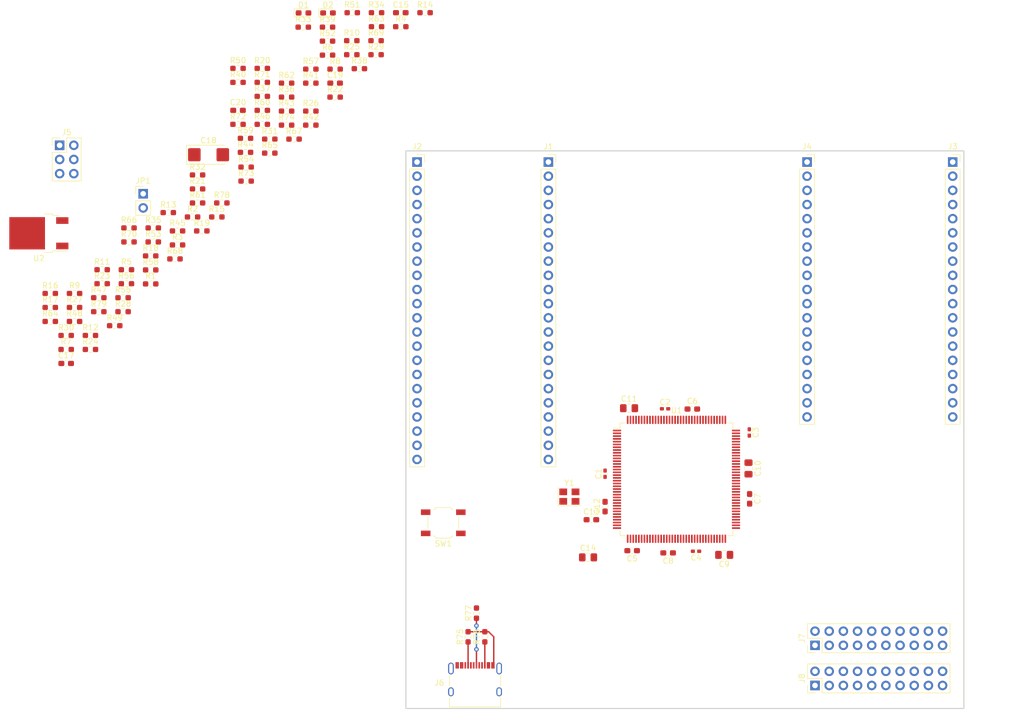
<source format=kicad_pcb>
(kicad_pcb (version 20211014) (generator pcbnew)
  (layers (0 "F.Cu" signal) (1 "In1.Cu" power) (2 "In2.Cu" signal) (31 "B.Cu" signal) (34 "B.Paste" user) (35 "F.Paste" user) (36 "B.SilkS" user "B.Silkscreen") (37 "F.SilkS" user "F.Silkscreen") (38 "B.Mask" user) (39 "F.Mask" user) (44 "Edge.Cuts" user))
  (net 0 "")
  (net 1 "+3V3")
  (net 2 "GND")
  (net 3 "+3.3VA")
  (net 4 "Net-(C15-Pad1)")
  (net 5 "+5V")
  (net 6 "OSC_OUT")
  (net 7 "OSC_IN")
  (net 8 "Net-(D1-Pad1)")
  (net 9 "Net-(D1-Pad2)")
  (net 10 "Net-(D2-Pad1)")
  (net 11 "Net-(J1-Pad1)")
  (net 13 "Net-(J1-Pad4)")
  (net 14 "Net-(J1-Pad5)")
  (net 15 "Net-(J1-Pad6)")
  (net 16 "Net-(J1-Pad7)")
  (net 17 "Net-(J1-Pad8)")
  (net 18 "Net-(J1-Pad9)")
  (net 19 "Net-(J1-Pad10)")
  (net 20 "Net-(J1-Pad11)")
  (net 21 "Net-(J1-Pad12)")
  (net 22 "Net-(J1-Pad13)")
  (net 23 "Net-(J1-Pad14)")
  (net 24 "Net-(J1-Pad15)")
  (net 25 "Net-(J1-Pad16)")
  (net 26 "Net-(J1-Pad17)")
  (net 27 "Net-(J1-Pad18)")
  (net 28 "Net-(J1-Pad19)")
  (net 29 "Net-(J1-Pad20)")
  (net 30 "Net-(J2-Pad2)")
  (net 31 "Net-(J2-Pad3)")
  (net 32 "Net-(J2-Pad4)")
  (net 33 "Net-(J2-Pad5)")
  (net 34 "Net-(J2-Pad6)")
  (net 35 "Net-(J2-Pad7)")
  (net 36 "Net-(J2-Pad8)")
  (net 37 "Net-(J2-Pad9)")
  (net 38 "Net-(J2-Pad10)")
  (net 39 "Net-(J2-Pad11)")
  (net 40 "Net-(J2-Pad12)")
  (net 41 "Net-(J2-Pad13)")
  (net 42 "Net-(J2-Pad14)")
  (net 43 "Net-(J2-Pad15)")
  (net 44 "Net-(J2-Pad16)")
  (net 45 "Net-(J2-Pad17)")
  (net 46 "Net-(J2-Pad18)")
  (net 47 "Net-(J2-Pad19)")
  (net 48 "Net-(J2-Pad20)")
  (net 49 "Net-(J3-Pad2)")
  (net 50 "Net-(J3-Pad3)")
  (net 51 "Net-(J3-Pad4)")
  (net 52 "Net-(J3-Pad5)")
  (net 53 "Net-(J3-Pad6)")
  (net 54 "Net-(J3-Pad7)")
  (net 55 "Net-(J3-Pad8)")
  (net 56 "Net-(J3-Pad9)")
  (net 57 "Net-(J3-Pad10)")
  (net 58 "Net-(J3-Pad11)")
  (net 59 "Net-(J3-Pad12)")
  (net 60 "Net-(J3-Pad13)")
  (net 61 "Net-(J3-Pad15)")
  (net 62 "Net-(J3-Pad16)")
  (net 63 "Net-(J3-Pad17)")
  (net 64 "Net-(J3-Pad18)")
  (net 65 "Net-(J4-Pad2)")
  (net 66 "Net-(J4-Pad3)")
  (net 67 "Net-(J4-Pad4)")
  (net 68 "Net-(J4-Pad5)")
  (net 69 "Net-(J4-Pad6)")
  (net 70 "Net-(J4-Pad8)")
  (net 71 "Net-(J4-Pad9)")
  (net 72 "Net-(J4-Pad10)")
  (net 73 "Net-(J4-Pad11)")
  (net 74 "Net-(J4-Pad12)")
  (net 75 "Net-(J4-Pad13)")
  (net 76 "Net-(J4-Pad14)")
  (net 77 "Net-(J4-Pad15)")
  (net 78 "Net-(J4-Pad16)")
  (net 79 "Net-(J4-Pad17)")
  (net 80 "Net-(J4-Pad18)")
  (net 81 "Net-(J4-Pad19)")
  (net 82 "Net-(J5-Pad2)")
  (net 83 "Net-(J5-Pad5)")
  (net 84 "Net-(J6-PadA5)")
  (net 85 "Net-(J6-PadA6)")
  (net 86 "Net-(J6-PadA7)")
  (net 88 "Net-(J6-PadB5)")
  (net 91 "BOOT1")
  (net 92 "Net-(R3-Pad1)")
  (net 93 "Net-(R4-Pad1)")
  (net 94 "Net-(R5-Pad1)")
  (net 95 "Net-(R6-Pad1)")
  (net 96 "Net-(R7-Pad1)")
  (net 97 "Net-(R8-Pad1)")
  (net 98 "Net-(R9-Pad1)")
  (net 99 "Net-(R10-Pad1)")
  (net 100 "Net-(R11-Pad1)")
  (net 101 "Net-(R12-Pad1)")
  (net 102 "Net-(R13-Pad1)")
  (net 103 "Net-(R14-Pad1)")
  (net 104 "Net-(R15-Pad1)")
  (net 105 "Net-(R16-Pad1)")
  (net 106 "Net-(R17-Pad1)")
  (net 107 "Net-(R18-Pad1)")
  (net 108 "Net-(R19-Pad1)")
  (net 109 "Net-(R20-Pad1)")
  (net 110 "Net-(R21-Pad1)")
  (net 111 "Net-(R22-Pad2)")
  (net 112 "Net-(R23-Pad2)")
  (net 113 "Net-(R24-Pad2)")
  (net 114 "Net-(R25-Pad2)")
  (net 115 "Net-(R26-Pad2)")
  (net 116 "Net-(R27-Pad2)")
  (net 117 "Net-(R28-Pad2)")
  (net 118 "Net-(R29-Pad2)")
  (net 119 "Net-(R30-Pad2)")
  (net 120 "Net-(R31-Pad2)")
  (net 121 "Net-(R32-Pad2)")
  (net 122 "Net-(R33-Pad2)")
  (net 123 "Net-(R34-Pad2)")
  (net 124 "Net-(R35-Pad2)")
  (net 125 "Net-(R36-Pad2)")
  (net 126 "Net-(R37-Pad2)")
  (net 127 "Net-(R38-Pad2)")
  (net 128 "/BOOT0")
  (net 129 "Net-(R40-Pad1)")
  (net 130 "Net-(R41-Pad1)")
  (net 131 "Net-(R42-Pad1)")
  (net 132 "Net-(R43-Pad1)")
  (net 133 "Net-(R44-Pad1)")
  (net 134 "Net-(R45-Pad1)")
  (net 135 "Net-(R46-Pad1)")
  (net 136 "Net-(R47-Pad1)")
  (net 137 "Net-(R48-Pad1)")
  (net 138 "Net-(R49-Pad1)")
  (net 139 "Net-(R50-Pad1)")
  (net 140 "Net-(R51-Pad1)")
  (net 141 "Net-(R52-Pad1)")
  (net 142 "Net-(R53-Pad1)")
  (net 143 "Net-(R54-Pad1)")
  (net 144 "Net-(R55-Pad1)")
  (net 145 "Net-(R56-Pad1)")
  (net 146 "Net-(R57-Pad1)")
  (net 147 "Net-(R58-Pad1)")
  (net 148 "Net-(R59-Pad1)")
  (net 149 "Net-(R60-Pad1)")
  (net 150 "Net-(R61-Pad1)")
  (net 151 "Net-(R62-Pad1)")
  (net 152 "Net-(R63-Pad1)")
  (net 153 "Net-(R64-Pad1)")
  (net 154 "Net-(R65-Pad1)")
  (net 155 "Net-(R66-Pad1)")
  (net 156 "Net-(R67-Pad1)")
  (net 157 "Net-(R68-Pad1)")
  (net 158 "Net-(R69-Pad1)")
  (net 159 "Net-(R70-Pad1)")
  (net 160 "Net-(R71-Pad1)")
  (net 161 "Net-(R72-Pad1)")
  (net 162 "USB_D-")
  (net 163 "USB_D+")
  (net 168 "PA15")
  (net 169 "PA14")
  (net 170 "PA13")
  (net 171 "PA10")
  (net 172 "Net-(U1-Pad101)")
  (net 173 "Net-(U1-Pad100)")
  (net 174 "PC8")
  (net 175 "PC7")
  (net 176 "PC6")
  (net 177 "PD14")
  (net 178 "PD13")
  (net 179 "PD12")
  (net 180 "PD11")
  (net 181 "PD10")
  (net 182 "PD9")
  (net 183 "PE15")
  (net 184 "PE14")
  (net 185 "PF12")
  (net 186 "PF11")
  (net 187 "PB1")
  (net 188 "PB0")
  (net 189 "PC5")
  (net 190 "PC4")
  (net 191 "Net-(U1-Pad43)")
  (net 192 "Net-(U1-Pad42)")
  (net 193 "Net-(U1-Pad41)")
  (net 194 "Net-(U1-Pad40)")
  (net 195 "Net-(U1-Pad37)")
  (net 196 "Net-(U1-Pad36)")
  (net 197 "Net-(U1-Pad35)")
  (net 198 "Net-(U1-Pad34)")
  (net 199 "PF10")
  (net 200 "PF9")
  (net 201 "PF8")
  (net 202 "PF7")
  (net 203 "PF6")
  (net 204 "PF5")
  (net 205 "PF4")
  (net 206 "PF3")
  (footprint "Resistor_SMD:R_0603_1608Metric_Pad0.98x0.95mm_HandSolder" (layer "F.Cu") (at 49.92 71.31)
    (fp_text reference "R5")
    (fp_text value "220R")
  )
  (footprint "Resistor_SMD:R_0603_1608Metric_Pad0.98x0.95mm_HandSolder" (layer "F.Cu") (at 36.27 78.08)
    (fp_text reference "R17")
    (fp_text value "220R")
  )
  (footprint "Resistor_SMD:R_0603_1608Metric_Pad0.98x0.95mm_HandSolder" (layer "F.Cu") (at 114.15 137.15 90)
    (fp_text reference "R76")
    (fp_text value "5k1" hide)
  )
  (footprint "Resistor_SMD:R_0603_1608Metric_Pad0.98x0.95mm_HandSolder" (layer "F.Cu") (at 75.61 50.4)
    (fp_text reference "R65")
    (fp_text value "220R")
  )
  (footprint "Resistor_SMD:R_0603_1608Metric_Pad0.98x0.95mm_HandSolder" (layer "F.Cu") (at 49.32 78.84)
    (fp_text reference "R28")
    (fp_text value "220R")
  )
  (footprint "Connector_PinHeader_2.54mm:PinHeader_1x02_P2.54mm_Vertical" (layer "F.Cu") (at 52.92 57.69)
    (fp_text reference "JP1")
    (fp_text value "Jumper_2_Open")
  )
  (footprint "Resistor_SMD:R_0603_1608Metric_Pad0.98x0.95mm_HandSolder" (layer "F.Cu") (at 54.73 66.33)
    (fp_text reference "R53")
    (fp_text value "220R")
  )
  (footprint "Resistor_SMD:R_0603_1608Metric_Pad0.98x0.95mm_HandSolder" (layer "F.Cu") (at 82.97 37.85)
    (fp_text reference "R41")
    (fp_text value "220R")
  )
  (footprint "Resistor_SMD:R_0603_1608Metric_Pad0.98x0.95mm_HandSolder" (layer "F.Cu") (at 47.82 81.35)
    (fp_text reference "R49")
    (fp_text value "220R")
  )
  (footprint "Capacitor_SMD:C_0603_1608Metric_Pad1.08x0.95mm_HandSolder" (layer "F.Cu") (at 161.6 112.4 -90)
    (fp_text reference "C7")
    (fp_text value "10nF" hide)
  )
  (footprint "Package_TO_SOT_SMD:TO-252-2" (layer "F.Cu") (at 34.225 64.775 180)
    (fp_text reference "U2")
    (fp_text value "AMS1117CS-3.3")
  )
  (footprint "Capacitor_SMD:C_0402_1005Metric_Pad0.74x0.62mm_HandSolder" (layer "F.Cu") (at 135.7 107.9 90)
    (fp_text reference "C1")
    (fp_text value "10nF" hide)
  )
  (footprint "Connector_PinSocket_2.54mm:PinSocket_1x19_P2.54mm_Vertical" (layer "F.Cu") (at 171.9 52)
    (fp_text reference "J4")
    (fp_text value "Conn_01x19_Female ESP DEV_KIT")
  )
  (footprint "Resistor_SMD:R_0603_1608Metric_Pad0.98x0.95mm_HandSolder" (layer "F.Cu") (at 44.97 76.33)
    (fp_text reference "R47")
    (fp_text value "220R")
  )
  (footprint "Capacitor_SMD:C_0603_1608Metric_Pad1.08x0.95mm_HandSolder" (layer "F.Cu") (at 39.12 88.12)
    (fp_text reference "C17")
    (fp_text value "22uF")
  )
  (footprint "Resistor_SMD:R_0603_1608Metric_Pad0.98x0.95mm_HandSolder" (layer "F.Cu") (at 74.27 42.73)
    (fp_text reference "R60")
    (fp_text value "220R")
  )
  (footprint "Resistor_SMD:R_0603_1608Metric_Pad0.98x0.95mm_HandSolder" (layer "F.Cu") (at 78.62 42.87)
    (fp_text reference "R43")
    (fp_text value "220R")
  )
  (footprint "Resistor_SMD:R_0603_1608Metric_Pad0.98x0.95mm_HandSolder" (layer "F.Cu") (at 39.12 85.61)
    (fp_text reference "R7")
    (fp_text value "220R")
  )
  (footprint "Resistor_SMD:R_0603_1608Metric_Pad0.98x0.95mm_HandSolder" (layer "F.Cu") (at 90.31 30.24)
    (fp_text reference "R10")
    (fp_text value "220R")
  )
  (footprint "Resistor_SMD:R_0603_1608Metric_Pad0.98x0.95mm_HandSolder" (layer "F.Cu") (at 50.38 63.82)
    (fp_text reference "R66")
    (fp_text value "220R")
  )
  (footprint "Resistor_SMD:R_0603_1608Metric_Pad0.98x0.95mm_HandSolder" (layer "F.Cu") (at 103.44 25.22)
    (fp_text reference "R14")
    (fp_text value "220R")
  )
  (footprint "Resistor_SMD:R_0603_1608Metric_Pad0.98x0.95mm_HandSolder" (layer "F.Cu") (at 94.74 27.73)
    (fp_text reference "R63")
    (fp_text value "220R")
  )
  (footprint "Resistor_SMD:R_0603_1608Metric_Pad0.98x0.95mm_HandSolder" (layer "F.Cu") (at 36.27 75.57)
    (fp_text reference "R16")
    (fp_text value "220R")
  )
  (footprint "Capacitor_SMD:C_0402_1005Metric_Pad0.74x0.62mm_HandSolder" (layer "F.Cu") (at 161.55 100.5 -90)
    (fp_text reference "C3")
    (fp_text value "10nF" hide)
  )
  (footprint "Resistor_SMD:R_0603_1608Metric_Pad0.98x0.95mm_HandSolder" (layer "F.Cu") (at 40.62 80.59)
    (fp_text reference "R48")
    (fp_text value "220R")
  )
  (footprint "Resistor_SMD:R_0603_1608Metric_Pad0.98x0.95mm_HandSolder" (layer "F.Cu") (at 94.66 32.75)
    (fp_text reference "R29")
    (fp_text value "220R")
  )
  (footprint "Resistor_SMD:R_0603_1608Metric_Pad0.98x0.95mm_HandSolder" (layer "F.Cu") (at 45.57 73.82)
    (fp_text reference "R23")
    (fp_text value "220R")
  )
  (footprint "Connector_USB:USB_C_Receptacle_XKB_U262-16XN-4BVC11" (layer "F.Cu") (at 112.4 145.935)
    (fp_text reference "J6")
    (fp_text value "USB_C_Receptacle")
  )
  (footprint "Resistor_SMD:R_0603_1608Metric_Pad0.98x0.95mm_HandSolder" (layer "F.Cu") (at 40.62 75.57)
    (fp_text reference "R9")
    (fp_text value "220R")
  )
  (footprint "Resistor_SMD:R_0603_1608Metric_Pad0.98x0.95mm_HandSolder" (layer "F.Cu") (at 43.47 85.61)
    (fp_text reference "R24")
    (fp_text value "220R")
  )
  (footprint "Package_QFP:LQFP-144_20x20mm_P0.5mm" (layer "F.Cu") (at 148.5 108.9)
    (fp_text reference "U1")
    (fp_text value "STM32F103ZETx")
  )
  (footprint "Resistor_SMD:R_0603_1608Metric_Pad0.98x0.95mm_HandSolder" (layer "F.Cu") (at 50.38 66.33)
    (fp_text reference "R70")
    (fp_text value "220R")
  )
  (footprint "Resistor_SMD:R_0603_1608Metric_Pad0.98x0.95mm_HandSolder" (layer "F.Cu") (at 85.96 27.81)
    (fp_text reference "R39")
    (fp_text value "100k")
  )
  (footprint "Resistor_SMD:R_0603_1608Metric_Pad0.98x0.95mm_HandSolder" (layer "F.Cu") (at 87.32 40.36)
    (fp_text reference "R22")
    (fp_text value "220R")
  )
  (footprint "Resistor_SMD:R_0603_1608Metric_Pad0.98x0.95mm_HandSolder" (layer "F.Cu") (at 44.97 78.84)
    (fp_text reference "R79")
    (fp_text value "1k5")
  )
  (footprint "Capacitor_SMD:C_0603_1608Metric_Pad1.08x0.95mm_HandSolder" (layer "F.Cu") (at 87.32 37.85)
    (fp_text reference "C19")
    (fp_text value "18pF")
  )
  (footprint "Resistor_SMD:R_0603_1608Metric_Pad0.98x0.95mm_HandSolder" (layer "F.Cu") (at 87.32 35.34)
    (fp_text reference "R8")
    (fp_text value "220R")
  )
  (footprint "Connector_PinHeader_2.54mm:PinHeader_2x10_P2.54mm_Vertical" (layer "F.Cu") (at 173.325 138.675 90)
    (fp_text reference "J7")
    (fp_text value "Conn_02x10_Odd_Even")
  )
  (footprint "Resistor_SMD:R_0603_1608Metric_Pad0.98x0.95mm_HandSolder" (layer "F.Cu") (at 67.02 59.34)
    (fp_text reference "R78")
    (fp_text value "20R")
  )
  (footprint "Capacitor_SMD:C_0603_1608Metric_Pad1.08x0.95mm_HandSolder" (layer "F.Cu") (at 69.92 42.73)
    (fp_text reference "C20")
    (fp_text value "18pF")
  )
  (footprint "Resistor_SMD:R_0603_1608Metric_Pad0.98x0.95mm_HandSolder" (layer "F.Cu") (at 59.08 64.36)
    (fp_text reference "R45")
    (fp_text value "220R")
  )
  (footprint "Resistor_SMD:R_0603_1608Metric_Pad0.98x0.95mm_HandSolder" (layer "F.Cu") (at 74.27 35.2)
    (fp_text reference "R20")
    (fp_text value "220R")
  )
  (footprint "Resistor_SMD:R_0603_1608Metric_Pad0.98x0.95mm_HandSolder" (layer "F.Cu") (at 82.97 45.38)
    (fp_text reference "R42")
    (fp_text value "220R")
  )
  (footprint "Resistor_SMD:R_0603_1608Metric_Pad0.98x0.95mm_HandSolder" (layer "F.Cu") (at 74.27 45.24)
    (fp_text reference "R46")
    (fp_text value "220R")
  )
  (footprint "Capacitor_SMD:C_0603_1608Metric_Pad1.08x0.95mm_HandSolder" (layer "F.Cu") (at 147 122.1 180)
    (fp_text reference "C8")
    (fp_text value "10nF" hide)
  )
  (footprint "Resistor_SMD:R_0603_1608Metric_Pad0.98x0.95mm_HandSolder" (layer "F.Cu") (at 82.97 42.87)
    (fp_text reference "R26")
    (fp_text value "220R")
  )
  (footprint "Resistor_SMD:R_0603_1608Metric_Pad0.98x0.95mm_HandSolder" (layer "F.Cu") (at 94.74 25.22)
    (fp_text reference "R34")
    (fp_text value "220R")
  )
  (footprint "Button_Switch_SMD:SW_SPST_TL3342" (layer "F.Cu") (at 106.7 116.7 180)
    (fp_text reference "SW1")
    (fp_text value "SW_Push_Dual")
  )
  (footprint "Resistor_SMD:R_0603_1608Metric_Pad0.98x0.95mm_HandSolder" (layer "F.Cu") (at 43.47 83.1)
    (fp_text reference "R12")
    (fp_text value "220R")
  )
  (footprint "Resistor_SMD:R_0603_1608Metric_Pad0.98x0.95mm_HandSolder" (layer "F.Cu") (at 111.15 137.15 90)
    (fp_text reference "R75")
    (fp_text value "5k1" hide)
  )
  (footprint "Capacitor_SMD:C_0603_1608Metric_Pad1.08x0.95mm_HandSolder" (layer "F.Cu") (at 133.25 116.15)
    (fp_text reference "C13")
    (fp_text value "1uF")
  )
  (footprint "Resistor_SMD:R_0603_1608Metric_Pad0.98x0.95mm_HandSolder" (layer "F.Cu") (at 91.67 35.26)
    (fp_text reference "R38")
    (fp_text value "220R")
  )
  (footprint "Resistor_SMD:R_0603_1608Metric_Pad0.98x0.95mm_HandSolder" (layer "F.Cu") (at 49.92 73.82)
    (fp_text reference "R56")
    (fp_text value "220R")
  )
  (footprint "Resistor_SMD:R_0603_1608Metric_Pad0.98x0.95mm_HandSolder" (layer "F.Cu") (at 62.67 59.34)
    (fp_text reference "R61")
    (fp_text value "220R")
  )
  (footprint "Resistor_SMD:R_0603_1608Metric_Pad0.98x0.95mm_HandSolder" (layer "F.Cu") (at 90.31 32.75)
    (fp_text reference "R25")
    (fp_text value "220R")
  )
  (footprint "Capacitor_SMD:C_0805_2012Metric_Pad1.18x1.45mm_HandSolder" (layer "F.Cu") (at 161.4 106.95 -90)
    (fp_text reference "C10")
    (fp_text value "10nF" hide)
  )
  (footprint "Resistor_SMD:R_0603_1608Metric_Pad0.98x0.95mm_HandSolder" (layer "F.Cu") (at 71.26 47.75)
    (fp_text reference "R59")
    (fp_text value "220R")
  )
  (footprint "Connector_PinSocket_2.54mm:PinSocket_1x22_P2.54mm_Vertical" (layer "F.Cu") (at 102 52)
    (fp_text reference "J2")
    (fp_text value "Conn_01x22_Female ESP S3")
  )
  (footprint "Resistor_SMD:R_0603_1608Metric_Pad0.98x0.95mm_HandSolder" (layer "F.Cu") (at 66.12 61.85)
    (fp_text reference "R15")
    (fp_text value "220R")
  )
  (footprint "Resistor_SMD:R_0603_1608Metric_Pad0.98x0.95mm_HandSolder" (layer "F.Cu") (at 90.39 25.22)
    (fp_text reference "R51")
    (fp_text value "220R")
  )
  (footprint "Capacitor_SMD:C_0603_1608Metric_Pad1.08x0.95mm_HandSolder" (layer "F.Cu") (at 151.3375 96.3)
    (fp_text reference "C6")
    (fp_text value "10nF" hide)
  )
  (footprint "Resistor_SMD:R_0603_1608Metric_Pad0.98x0.95mm_HandSolder" (layer "F.Cu") (at 58.62 69.38)
    (fp_text reference "R68")
    (fp_text value "220R")
  )
  (footprint "LED_SMD:LED_0603_1608Metric_Pad1.05x0.95mm_HandSolder" (layer "F.Cu") (at 86.045 25.26)
    (fp_text reference "D2")
    (fp_text value "RED")
  )
  (footprint "Connector_PinHeader_2.54mm:PinHeader_2x03_P2.54mm_Vertical" (layer "F.Cu") (at 37.95 49)
    (fp_text reference "J5")
    (fp_text value "Conn_02x03_Counter_Clockwise")
  )
  (footprint "Capacitor_SMD:C_0402_1005Metric_Pad0.74x0.62mm_HandSolder" (layer "F.Cu") (at 146.45 96.25)
    (fp_text reference "C2")
    (fp_text value "10nF" hide)
  )
  (footprint "Resistor_SMD:R_0603_1608Metric_Pad0.98x0.95mm_HandSolder" (layer "F.Cu") (at 71.37 55.42)
    (fp_text reference "R73")
    (fp_text value "1k5")
  )
  (footprint "Resistor_SMD:R_0603_1608Metric_Pad0.98x0.95mm_HandSolder" (layer "F.Cu") (at 61.77 61.85)
    (fp_text reference "R2")
    (fp_text value "10k")
  )
  (footprint "Resistor_SMD:R_0603_1608Metric_Pad0.98x0.95mm_HandSolder" (layer "F.Cu") (at 57.42 61.07)
    (fp_text reference "R13")
    (fp_text value "220R")
  )
  (footprint "Capacitor_SMD:C_0603_1608Metric_Pad1.08x0.95mm_HandSolder" (layer "F.Cu") (at 135.7 113.8 -90)
    (fp_text reference "C12")
    (fp_text value "4.7uF" hide)
  )
  (footprint "Capacitor_SMD:C_0805_2012Metric_Pad1.18x1.45mm_HandSolder" (layer "F.Cu") (at 157.05 122.45 180)
    (fp_text reference "C9")
    (fp_text value "10nF" hide)
  )
  (footprint "Resistor_SMD:R_0603_1608Metric_Pad0.98x0.95mm_HandSolder" (layer "F.Cu") (at 69.92 45.24)
    (fp_text reference "R72")
    (fp_text value "220R")
  )
  (footprint "Resistor_SMD:R_0603_1608Metric_Pad0.98x0.95mm_HandSolder" (layer "F.Cu") (at 69.92 35.2)
    (fp_text reference "R50")
    (fp_text value "220R")
  )
  (footprint "Capacitor_SMD:C_0805_2012Metric_Pad1.18x1.45mm_HandSolder" (layer "F.Cu") (at 132.65 122.9)
    (fp_text reference "C14")
    (fp_text value "10nF")
  )
  (footprint "LED_SMD:LED_0603_1608Metric_Pad1.05x0.95mm_HandSolder" (layer "F.Cu") (at 81.655 25.26)
    (fp_text reference "D1")
    (fp_text value "BLUE")
  )
  (footprint "Resistor_SMD:R_0603_1608Metric_Pad0.98x0.95mm_HandSolder" (layer "F.Cu") (at 54.27 71.35)
    (fp_text reference "R58")
    (fp_text value "220R")
  )
  (footprint "Resistor_SMD:R_0603_1608Metric_Pad0.98x0.95mm_HandSolder" (layer "F.Cu") (at 81.61 27.81)
    (fp_text reference "R33")
    (fp_text value "220R")
  )
  (footprint "Resistor_SMD:R_0603_1608Metric_Pad0.98x0.95mm_HandSolder" (layer "F.Cu") (at 85.96 32.83)
    (fp_text reference "R6")
    (fp_text value "220R")
  )
  (footprint "Resistor_SMD:R_0603_1608Metric_Pad0.98x0.95mm_HandSolder" (layer "F.Cu") (at 45.57 71.31)
    (fp_text reference "R11")
    (fp_text value "220R")
  )
  (footprint "Resistor_SMD:R_0603_1608Metric_Pad0.98x0.95mm_HandSolder" (layer "F.Cu") (at 78.62 37.85)
    (fp_text reference "R62")
    (fp_text value "220R")
  )
  (footprint "Capacitor_SMD:C_0603_1608Metric_Pad1.08x0.95mm_HandSolder" (layer "F.Cu") (at 140.55 121.7 180)
    (fp_text reference "C5")
    (fp_text value "10nF" hide)
  )
  (footprint "Resistor_SMD:R_0603_1608Metric_Pad0.98x0.95mm_HandSolder" (layer "F.Cu") (at 69.92 37.71)
    (fp_text reference "R40")
    (fp_text value "220R")
  )
  (footprint "Capacitor_SMD:C_0805_2012Metric_Pad1.18x1.45mm_HandSolder" (layer "F.Cu") (at 140 96.15)
    (fp_text reference "C11")
    (fp_text value "10nF" hide)
  )
  (footprint "Resistor_SMD:R_0603_1608Metric_Pad0.98x0.95mm_HandSolder" (layer "F.Cu") (at 40.62 78.08)
    (fp_text reference "R27")
    (fp_text value "220R")
  )
  (footprint "Resistor_SMD:R_0603_1608Metric_Pad0.98x0.95mm_HandSolder" (layer "F.Cu") (at 59.08 66.87)
    (fp_text reference "R3")
    (fp_text value "220R")
  )
  (footprint "Resistor_SMD:R_0603_1608Metric_Pad0.98x0.95mm_HandSolder" (layer "F.Cu") (at 39.12 83.1)
    (fp_text reference "R30")
    (fp_text value "220R")
  )
  (footprint "Resistor_SMD:R_0603_1608Metric_Pad0.98x0.95mm_HandSolder" (layer "F.Cu") (at 99.09 27.73)
    (fp_text reference "R4")
    (fp_text value "220R")
  )
  (footprint "Connector_PinHeader_2.54mm:PinHeader_2x10_P2.54mm_Vertical" (layer "F.Cu") (at 173.325 145.875 90)
    (fp_text reference "J8")
    (fp_text value "Conn_02x10_Odd_Even")
  )
  (footprint "Resistor_SMD:R_0603_1608Metric_Pad0.98x0.95mm_HandSolder" (layer "F.Cu") (at 36.27 80.59)
    (fp_text reference "R64")
    (fp_text value "220R")
  )
  (footprint "Resistor_SMD:R_0603_1608Metric_Pad0.98x0.95mm_HandSolder" (layer "F.Cu") (at 62.67 54.32)
    (fp_text reference "R32")
    (fp_text value "220R")
  )
  (footprint "Resistor_SMD:R_0603_1608Metric_Pad0.98x0.95mm_HandSolder" (layer "F.Cu") (at 62.67 56.83)
    (fp_text reference "R21")
    (fp_text value "220R")
  )
  (footprint "Resistor_SMD:R_0603_1608Metric_Pad0.98x0.95mm_HandSolder" (layer "F.Cu") (at 82.97 35.34)
    (fp_text reference "R57")
    (fp_text value "220R")
  )
  (footprint "Resistor_SMD:R_0603_1608Metric_Pad0.98x0.95mm_HandSolder" (layer "F.Cu") (at 54.73 63.82)
    (fp_text reference "R35")
    (fp_text value "220R")
  )
  (footprint "Resistor_SMD:R_0603_1608Metric_Pad0.98x0.95mm_HandSolder" (layer "F.Cu") (at 63.43 64.36)
    (fp_text reference "R19")
    (fp_text value "220R")
  )
  (footprint "Resistor_SMD:R_0603_1608Metric_Pad0.98x0.95mm_HandSolder" (layer "F.Cu") (at 78.62 45.38)
    (fp_text reference "R74")
    (fp_text value "1k5")
  )
  (footprint "Capacitor_Tantalum_SMD:CP_EIA-6032-20_AVX-F_Pad2.25x2.35mm_HandSolder" (layer "F.Cu") (at 64.64 50.69)
    (fp_text reference "C18")
    (fp_text value "22µF solid tantalum")
  )
  (footprint "Resistor_SMD:R_0603_1608Metric_Pad0.98x0.95mm_HandSolder" (layer "F.Cu") (at 49.32 76.33)
    (fp_text reference "R55")
    (fp_text value "220R")
  )
  (footprint "Resistor_SMD:R_0603_1608Metric_Pad0.98x0.95mm_HandSolder" (layer "F.Cu") (at 74.27 37.71)
    (fp_text reference "R71")
    (fp_text value "220R")
  )
  (footprint "Resistor_SMD:R_0603_1608Metric_Pad0.98x0.95mm_HandSolder" (layer "F.Cu") (at 74.27 40.22)
    (fp_text reference "R37")
    (fp_text value "220R")
  )
  (footprint "Capacitor_SMD:C_0603_1608Metric_Pad1.08x0.95mm_HandSolder" (layer "F.Cu") (at 99.09 25.22)
    (fp_text reference "C15")
    (fp_text value "4.7uF")
  )
  (footprint "Capacitor_SMD:C_0402_1005Metric_Pad0.74x0.62mm_HandSolder" (layer "F.Cu") (at 152 121.8 180)
    (fp_text reference "C4")
    (fp_text value "10nF" hide)
  )
  (footprint "Connector_PinSocket_2.54mm:PinSocket_1x22_P2.54mm_Vertical" (layer "F.Cu") (at 125.54 52)
    (fp_text reference "J1")
    (fp_text value "Conn_01x22_Female ESP S3")
  )
  (footprint "Resistor_SMD:R_0603_1608Metric_Pad0.98x0.95mm_HandSolder" (layer "F.Cu") (at 85.96 30.32)
    (fp_text reference "R52")
    (fp_text value "220R")
  )
  (footprint "Resistor_SMD:R_0603_1608Metric_Pad0.98x0.95mm_HandSolder" (layer "F.Cu") (at 71.37 52.91)
    (fp_text reference "R54")
    (fp_text value "220R")
  )
  (footprint "Connector_PinSocket_2.54mm:PinSocket_1x19_P2.54mm_Vertical" (layer "F.Cu") (at 198 52)
    (fp_text reference "J3")
    (fp_text value "Conn_01x19_Female ESP DEV_KIT")
  )
  (footprint "Resistor_SMD:R_0603_1608Metric_Pad0.98x0.95mm_HandSolder" (layer "F.Cu") (at 112.65 132.9 90)
    (fp_text reference "R77")
    (fp_text value "20R" hide)
  )
  (footprint "Resistor_SMD:R_0603_1608Metric_Pad0.98x0.95mm_HandSolder" (layer "F.Cu") (at 75.61 47.89)
    (fp_text reference "R31")
    (fp_text value "220R")
  )
  (footprint "Resistor_SMD:R_0603_1608Metric_Pad0.98x0.95mm_HandSolder" (layer "F.Cu") (at 54.27 68.84)
    (fp_text reference "R18")
    (fp_text value "220R")
  )
  (footprint "Resistor_SMD:R_0603_1608Metric_Pad0.98x0.95mm_HandSolder" (layer "F.Cu") (at 71.26 50.26)
    (fp_text reference "R44")
    (fp_text value "220R")
  )
  (footprint "Resistor_SMD:R_0603_1608Metric_Pad0.98x0.95mm_HandSolder" (layer "F.Cu") (at 78.62 40.36)
    (fp_text reference "R36")
    (fp_text value "220R")
  )
  (footprint "Resistor_SMD:R_0603_1608Metric_Pad0.98x0.95mm_HandSolder" (layer "F.Cu") (at 79.96 47.89)
    (fp_text reference "R67")
    (fp_text value "220R")
  )
  (footprint "Resistor_SMD:R_0603_1608Metric_Pad0.98x0.95mm_HandSolder" (layer "F.Cu") (at 54.27 73.86)
    (fp_text reference "R1")
    (fp_text value "100k")
  )
  (footprint "Crystal:Crystal_SMD_3225-4Pin_3.2x2.5mm" (layer "F.Cu") (at 129.3 112)
    (fp_text reference "Y1")
    (fp_text value "12Mhz")
  )
  (footprint "Resistor_SMD:R_0603_1608Metric_Pad0.98x0.95mm_HandSolder" (layer "F.Cu") (at 94.66 30.24)
    (fp_text reference "R69")
    (fp_text value "220R")
  )
  (gr_rect (start 100 50) (end 200 150) (layer "Edge.Cuts") (width 0.2) (fill none))
  (segment (start 158.0875 121.9875) (end 158.0875 122.45) (width 0.3) (layer "F.Cu") (net 1))
  (segment (start 114.15 136.2375) (end 114.8375 136.2375) (width 0.25) (layer "F.Cu") (net 2))
  (segment (start 115.75 137.15) (end 115.75 141.83) (width 0.25) (layer "F.Cu") (net 2))
  (segment (start 114.8375 136.2375) (end 115.75 137.15) (width 0.25) (layer "F.Cu") (net 2))
  (segment (start 111.15 136.2375) (end 114.15 136.2375) (width 0.25) (layer "F.Cu") (net 2))
  (segment (start 111.15 138.0625) (end 111.15 141.83) (width 0.25) (layer "F.Cu") (net 84))
  (segment (start 112.65 135.15) (end 112.65 133.8125) (width 0.25) (layer "F.Cu") (net 86))
  (segment (start 112.65 141.83) (end 112.65 139.4) (width 0.25) (layer "F.Cu") (net 86))
  (via (at 112.65 139.4) (size 0.8) (drill 0.4) (layers "F.Cu" "B.Cu") (net 86))
  (via (at 112.65 135.15) (size 0.8) (drill 0.4) (layers "F.Cu" "B.Cu") (net 86))
  (segment (start 112.65 139.4) (end 112.65 135.15) (width 0.25) (layer "B.Cu") (net 86))
  (segment (start 114.15 141.83) (end 114.15 138.0625) (width 0.25) (layer "F.Cu") (net 88))
)
</source>
